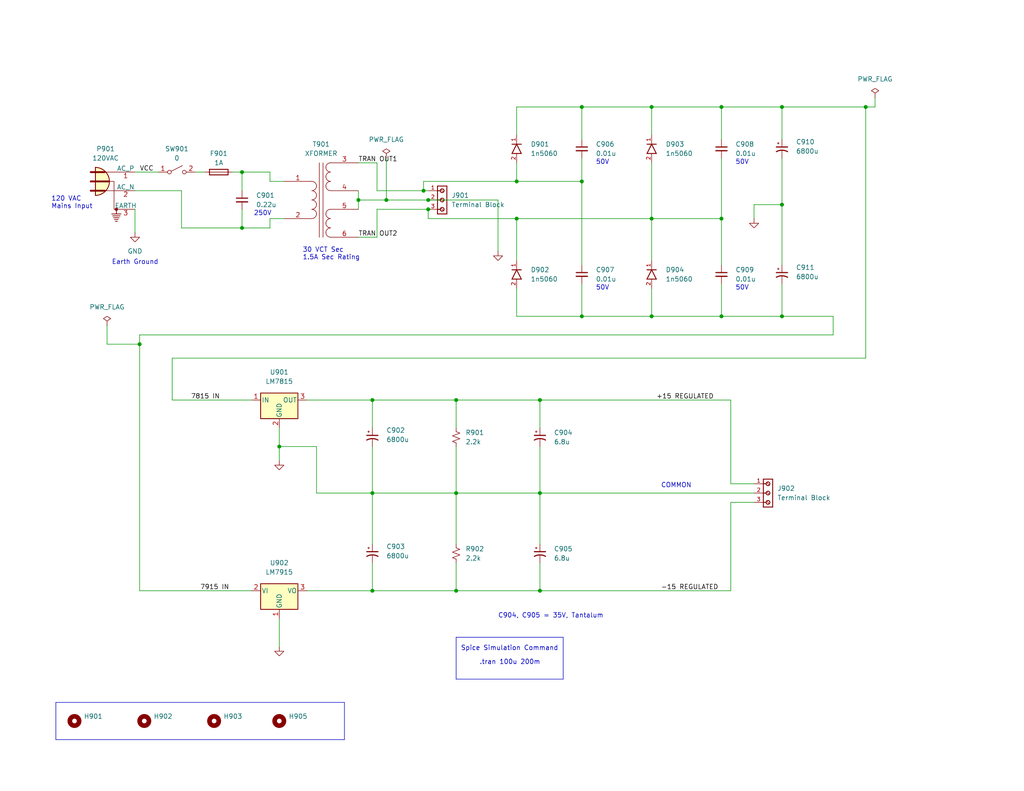
<source format=kicad_sch>
(kicad_sch (version 20231120) (generator "eeschema") (generator_version "8.0")
  (paper "A")
  (title_block (title "Spectrum Analyzer: Dual Polarity 15V Supply") (date "2022-06-16") (rev "0") (company "Andy McCann KA3KAF and Doug McCann KA3KAG") (comment 2 "Audiophile's Project Source Book, Fig 7-8") (comment 3 "G. Randy Slone") (comment 4 "Orginal Design by:"))
  (lib_symbols
    (symbol "15v Supply:1N5060GP" (pin_names (offset 1.016) hide)
      (property "Reference" "D" (at -1.27 1.27 0))
      (property "Value" "1N5060GP" (at 2.54 -2.54 0))
      (symbol "1N5060GP_0_0"
        (polyline (pts (xy -1.27 -1.27) (xy 1.27 0)) (stroke (width 0.254)))
        (polyline (pts (xy -1.27 1.27) (xy -1.27 -1.27)) (stroke (width 0.254)))
        (polyline (pts (xy 1.27 0) (xy -1.27 1.27)) (stroke (width 0.254)))
        (polyline (pts (xy 1.27 0) (xy 1.27 -1.27)) (stroke (width 0.254)))
        (polyline (pts (xy 1.27 1.27) (xy 1.27 0)) (stroke (width 0.254)))
        (pin passive line (at 3.81 0 180) (length 2.54) (name "Cathode") (number "1"))
        (pin passive line (at -3.81 0 0) (length 2.54) (name "Anode") (number "2"))
      )
    )
    (symbol "15v Supply:691103110003" (pin_names (offset 1.016) hide)
      (property "Reference" "J" (at -4.8768 -0.9144 0))
      (symbol "691103110003_0_0"
        (circle (center -2.54 -1.27) (radius 0.508) (stroke (width 0.254)))
        (circle (center 0 -1.27) (radius 0.508) (stroke (width 0.254)))
        (polyline (pts (xy -3.81 -2.54) (xy -3.81 0)) (stroke (width 0.254)))
        (polyline (pts (xy -3.81 0) (xy 3.81 0)) (stroke (width 0.254)))
        (polyline (pts (xy -2.54 -1.778) (xy -2.54 -2.54)) (stroke (width 0.254)))
        (polyline (pts (xy -2.286 -1.016) (xy -2.794 -1.524)) (stroke (width 0.1524)))
        (polyline (pts (xy 0 -1.778) (xy 0 -2.54)) (stroke (width 0.254)))
        (polyline (pts (xy 0.254 -1.016) (xy -0.254 -1.524)) (stroke (width 0.1524)))
        (polyline (pts (xy 2.54 -1.778) (xy 2.54 -2.54)) (stroke (width 0.254)))
        (polyline (pts (xy 2.794 -1.016) (xy 2.286 -1.524)) (stroke (width 0.1524)))
        (polyline (pts (xy 3.81 -2.54) (xy -3.81 -2.54)) (stroke (width 0.254)))
        (polyline (pts (xy 3.81 0) (xy 3.81 -2.54)) (stroke (width 0.254)))
        (circle (center 2.54 -1.27) (radius 0.508) (stroke (width 0.254)))
        (pin passive line (at -2.54 -5.08 90) (length 2.54) (name "~") (number "1"))
        (pin passive line (at 0 -5.08 90) (length 2.54) (name "~") (number "2"))
        (pin passive line (at 2.54 -5.08 90) (length 2.54) (name "~") (number "3"))
      )
    )
    (symbol "1N5060GP_1" (pin_names (offset 1.016) hide)
      (property "Reference" "D" (at -1.27 1.27 0))
      (property "Value" "1N5060GP_1" (at 2.54 -2.54 0))
      (symbol "1N5060GP_1_0_0"
        (polyline (pts (xy -1.27 -1.27) (xy 1.27 0)) (stroke (width 0.254)))
        (polyline (pts (xy -1.27 1.27) (xy -1.27 -1.27)) (stroke (width 0.254)))
        (polyline (pts (xy 1.27 0) (xy -1.27 1.27)) (stroke (width 0.254)))
        (polyline (pts (xy 1.27 0) (xy 1.27 -1.27)) (stroke (width 0.254)))
        (polyline (pts (xy 1.27 1.27) (xy 1.27 0)) (stroke (width 0.254)))
        (pin passive line (at 3.81 0 180) (length 2.54) (name "Cathode") (number "1"))
        (pin passive line (at -3.81 0 0) (length 2.54) (name "Anode") (number "2"))
      )
    )
    (symbol "1N5060GP_2" (pin_names (offset 1.016) hide)
      (property "Reference" "D" (at -1.27 1.27 0))
      (property "Value" "1N5060GP_2" (at 2.54 -2.54 0))
      (symbol "1N5060GP_2_0_0"
        (polyline (pts (xy -1.27 -1.27) (xy 1.27 0)) (stroke (width 0.254)))
        (polyline (pts (xy -1.27 1.27) (xy -1.27 -1.27)) (stroke (width 0.254)))
        (polyline (pts (xy 1.27 0) (xy -1.27 1.27)) (stroke (width 0.254)))
        (polyline (pts (xy 1.27 0) (xy 1.27 -1.27)) (stroke (width 0.254)))
        (polyline (pts (xy 1.27 1.27) (xy 1.27 0)) (stroke (width 0.254)))
        (pin passive line (at 3.81 0 180) (length 2.54) (name "Cathode") (number "1"))
        (pin passive line (at -3.81 0 0) (length 2.54) (name "Anode") (number "2"))
      )
    )
    (symbol "1N5060GP_3" (pin_names (offset 1.016) hide)
      (property "Reference" "D" (at -1.27 1.27 0))
      (property "Value" "1N5060GP_3" (at 2.54 -2.54 0))
      (symbol "1N5060GP_3_0_0"
        (polyline (pts (xy -1.27 -1.27) (xy 1.27 0)) (stroke (width 0.254)))
        (polyline (pts (xy -1.27 1.27) (xy -1.27 -1.27)) (stroke (width 0.254)))
        (polyline (pts (xy 1.27 0) (xy -1.27 1.27)) (stroke (width 0.254)))
        (polyline (pts (xy 1.27 0) (xy 1.27 -1.27)) (stroke (width 0.254)))
        (polyline (pts (xy 1.27 1.27) (xy 1.27 0)) (stroke (width 0.254)))
        (pin passive line (at 3.81 0 180) (length 2.54) (name "Cathode") (number "1"))
        (pin passive line (at -3.81 0 0) (length 2.54) (name "Anode") (number "2"))
      )
    )
    (symbol "Connector:Conn_WallPlug_Earth" (pin_names (offset 0))
      (property "Reference" "P" (at 0 3.81 0))
      (property "Value" "Conn_WallPlug_Earth" (at -5.08 0 90))
      (symbol "Conn_WallPlug_Earth_0_1"
        (arc (start -3.175 -3.81) (mid 0.6184 0) (end -3.175 3.81) (stroke (width 0.254)) (fill (type background)))
        (polyline (pts (xy -4.445 -2.54) (xy -0.635 -2.54)) (stroke (width 0.508)))
        (polyline (pts (xy -4.445 0) (xy 0.508 0)) (stroke (width 0.508)))
        (polyline (pts (xy -4.445 2.54) (xy -0.635 2.54)) (stroke (width 0.508)))
        (polyline (pts (xy -3.175 -3.81) (xy -3.175 3.81)) (stroke (width 0.254)))
        (polyline (pts (xy -0.635 -2.54) (xy 2.54 -2.54)))
        (polyline (pts (xy -0.635 2.54) (xy 2.54 2.54)))
        (polyline (pts (xy 1.524 -9.398) (xy 3.556 -9.398)) (stroke (width 0.2032)))
        (polyline (pts (xy 1.778 -9.906) (xy 3.302 -9.906)) (stroke (width 0.2032)))
        (polyline (pts (xy 2.032 -10.414) (xy 3.048 -10.414)) (stroke (width 0.2032)))
        (polyline (pts (xy 2.286 -10.922) (xy 2.794 -10.922)) (stroke (width 0.2032)))
        (polyline (pts (xy 2.54 -7.62) (xy 2.54 -8.89)) (stroke (width 0.2032)))
        (polyline (pts (xy 3.81 -8.89) (xy 1.27 -8.89)) (stroke (width 0.2032)))
        (polyline (pts (xy 2.54 -7.62) (xy 1.905 -7.62) (xy 1.905 0) (xy -4.445 0)))
        (circle (center 2.54 -7.62) (radius 0.3556) (fill (type outline)))
      )
      (symbol "Conn_WallPlug_Earth_1_1"
        (pin power_out line (at 7.62 2.54 180) (length 5.08) (name "AC_P") (number "1"))
        (pin power_out line (at 7.62 -2.54 180) (length 5.08) (name "AC_N") (number "2"))
        (pin passive line (at 7.62 -7.62 180) (length 5.08) (name "EARTH") (number "3"))
      )
    )
    (symbol "Device:C_Polarized_Small_US" (pin_numbers hide) (pin_names (offset 0.254) hide)
      (property "Reference" "C" (at 0.254 1.778 0))
      (property "Value" "C_Polarized_Small_US" (at 0.254 -2.032 0))
      (symbol "C_Polarized_Small_US_0_1"
        (polyline (pts (xy -1.524 0.508) (xy 1.524 0.508)) (stroke (width 0.3048)))
        (polyline (pts (xy -1.27 1.524) (xy -0.762 1.524)))
        (polyline (pts (xy -1.016 1.27) (xy -1.016 1.778)))
        (arc (start 1.524 -0.762) (mid 0 -0.3734) (end -1.524 -0.762) (stroke (width 0.3048)))
      )
      (symbol "C_Polarized_Small_US_1_1"
        (pin passive line (at 0 2.54 270) (length 2.032) (name "~") (number "1"))
        (pin passive line (at 0 -2.54 90) (length 2.032) (name "~") (number "2"))
      )
    )
    (symbol "Device:C_Small" (pin_numbers hide) (pin_names (offset 0.254) hide)
      (property "Reference" "C" (at 0.254 1.778 0))
      (property "Value" "C_Small" (at 0.254 -2.032 0))
      (symbol "C_Small_0_1"
        (polyline (pts (xy -1.524 -0.508) (xy 1.524 -0.508)) (stroke (width 0.3302)))
        (polyline (pts (xy -1.524 0.508) (xy 1.524 0.508)) (stroke (width 0.3048)))
      )
      (symbol "C_Small_1_1"
        (pin passive line (at 0 2.54 270) (length 2.032) (name "~") (number "1"))
        (pin passive line (at 0 -2.54 90) (length 2.032) (name "~") (number "2"))
      )
    )
    (symbol "Device:Fuse" (pin_numbers hide) (pin_names (offset 0))
      (property "Reference" "F" (at 2.032 0 90))
      (property "Value" "Fuse" (at -1.905 0 90))
      (symbol "Fuse_0_1"
        (rectangle (start -0.762 -2.54) (end 0.762 2.54) (stroke (width 0.254)))
        (polyline (pts (xy 0 2.54) (xy 0 -2.54)))
      )
      (symbol "Fuse_1_1"
        (pin passive line (at 0 3.81 270) (length 1.27) (name "~") (number "1"))
        (pin passive line (at 0 -3.81 90) (length 1.27) (name "~") (number "2"))
      )
    )
    (symbol "Device:R_Small_US" (pin_numbers hide) (pin_names (offset 0.254) hide)
      (property "Reference" "R" (at 0.762 0.508 0))
      (property "Value" "R_Small_US" (at 0.762 -1.016 0))
      (symbol "R_Small_US_1_1"
        (polyline (pts (xy 0 0) (xy 1.016 -0.381) (xy 0 -0.762) (xy -1.016 -1.143) (xy 0 -1.524)))
        (polyline (pts (xy 0 1.524) (xy 1.016 1.143) (xy 0 0.762) (xy -1.016 0.381) (xy 0 0)))
        (pin passive line (at 0 2.54 270) (length 1.016) (name "~") (number "1"))
        (pin passive line (at 0 -2.54 90) (length 1.016) (name "~") (number "2"))
      )
    )
    (symbol "Device:Transformer_1P_2S" (pin_names (offset 1.016) hide)
      (property "Reference" "T" (at 0 12.7 0))
      (property "Value" "Transformer_1P_2S" (at 0 -12.7 0))
      (symbol "Transformer_1P_2S_0_1"
        (arc (start -2.54 -5.0546) (mid -1.6599 -4.6901) (end -1.27 -3.81))
        (arc (start -2.54 -2.5146) (mid -1.6599 -2.1501) (end -1.27 -1.27))
        (arc (start -2.54 0.0254) (mid -1.6599 0.3899) (end -1.27 1.27))
        (arc (start -2.54 2.5654) (mid -1.6599 2.9299) (end -1.27 3.81))
        (arc (start -1.27 -3.81) (mid -1.642 -2.912) (end -2.54 -2.54))
        (arc (start -1.27 -1.27) (mid -1.642 -0.372) (end -2.54 0))
        (arc (start -1.27 1.27) (mid -1.642 2.168) (end -2.54 2.54))
        (arc (start -1.27 3.81) (mid -1.642 4.708) (end -2.54 5.08))
        (polyline (pts (xy -0.508 -10.16) (xy -0.508 10.16)))
        (polyline (pts (xy 0.508 10.16) (xy 0.508 -10.16)))
        (arc (start 1.2954 -8.89) (mid 1.6599 -9.7701) (end 2.54 -10.1346))
        (arc (start 1.2954 -6.35) (mid 1.6599 -7.2301) (end 2.54 -7.5946))
        (arc (start 1.2954 -3.81) (mid 1.6599 -4.6901) (end 2.54 -5.0546))
        (arc (start 1.2954 3.81) (mid 1.6599 2.9299) (end 2.54 2.5654))
        (arc (start 1.2954 6.35) (mid 1.6599 5.4699) (end 2.54 5.1054))
        (arc (start 1.2954 8.89) (mid 1.6599 8.0099) (end 2.54 7.6454))
        (arc (start 2.54 -7.62) (mid 1.642 -7.992) (end 1.2954 -8.89))
        (arc (start 2.54 -5.08) (mid 1.642 -5.452) (end 1.2954 -6.35))
        (arc (start 2.54 -2.54) (mid 1.642 -2.912) (end 1.2954 -3.81))
        (arc (start 2.54 5.08) (mid 1.642 4.708) (end 1.2954 3.81))
        (arc (start 2.54 7.62) (mid 1.642 7.248) (end 1.2954 6.35))
        (arc (start 2.54 10.16) (mid 1.642 9.788) (end 1.2954 8.89))
      )
      (symbol "Transformer_1P_2S_1_1"
        (pin passive line (at -10.16 5.08 0) (length 7.62) (name "AA") (number "1"))
        (pin passive line (at -10.16 -5.08 0) (length 7.62) (name "AB") (number "2"))
        (pin passive line (at 10.16 10.16 180) (length 7.62) (name "SA") (number "3"))
        (pin passive line (at 10.16 2.54 180) (length 7.62) (name "SB") (number "4"))
        (pin passive line (at 10.16 -2.54 180) (length 7.62) (name "SC") (number "5"))
        (pin passive line (at 10.16 -10.16 180) (length 7.62) (name "SD") (number "6"))
      )
    )
    (symbol "Mechanical:MountingHole" (pin_names (offset 1.016))
      (property "Reference" "H" (at 0 5.08 0))
      (property "Value" "MountingHole" (at 0 3.175 0))
      (symbol "MountingHole_0_1"
        (circle (center 0 0) (radius 1.27) (stroke (width 1.27)))
      )
    )
    (symbol "Regulator_Linear:L7815" (pin_names (offset 0.254))
      (property "Reference" "U" (at -3.81 3.175 0))
      (property "Value" "L7815" (at 0 3.175 0))
      (symbol "L7815_0_1"
        (rectangle (start -5.08 1.905) (end 5.08 -5.08) (stroke (width 0.254)) (fill (type background)))
      )
      (symbol "L7815_1_1"
        (pin power_in line (at -7.62 0 0) (length 2.54) (name "IN") (number "1"))
        (pin power_in line (at 0 -7.62 90) (length 2.54) (name "GND") (number "2"))
        (pin power_out line (at 7.62 0 180) (length 2.54) (name "OUT") (number "3"))
      )
    )
    (symbol "Regulator_Linear:L7915" (pin_names (offset 0.254))
      (property "Reference" "U" (at -3.81 -3.175 0))
      (property "Value" "L7915" (at 0 -3.175 0))
      (symbol "L7915_0_1"
        (rectangle (start -5.08 5.08) (end 5.08 -1.905) (stroke (width 0.254)) (fill (type background)))
      )
      (symbol "L7915_1_1"
        (pin power_in line (at 0 7.62 270) (length 2.54) (name "GND") (number "1"))
        (pin power_in line (at -7.62 0 0) (length 2.54) (name "VI") (number "2"))
        (pin power_out line (at 7.62 0 180) (length 2.54) (name "VO") (number "3"))
      )
    )
    (symbol "Switch:SW_SPST" (pin_names (offset 0) hide)
      (property "Reference" "SW" (at 0 3.175 0))
      (property "Value" "SW_SPST" (at 0 -2.54 0))
      (symbol "SW_SPST_0_0"
        (circle (center -2.032 0) (radius 0.508))
        (polyline (pts (xy -1.524 0.254) (xy 1.524 1.778)))
        (circle (center 2.032 0) (radius 0.508))
      )
      (symbol "SW_SPST_1_1"
        (pin passive line (at -5.08 0 0) (length 2.54) (name "A") (number "1"))
        (pin passive line (at 5.08 0 180) (length 2.54) (name "B") (number "2"))
      )
    )
    (symbol "power:GND" (power) (pin_names (offset 0))
      (property "Value" "GND" (at 0 -3.81 0))
      (symbol "GND_0_1"
        (polyline (pts (xy 0 0) (xy 0 -1.27) (xy 1.27 -1.27) (xy 0 -2.54) (xy -1.27 -1.27) (xy 0 -1.27)))
      )
      (symbol "GND_1_1"
        (pin power_in line (at 0 0 270) (length 0) hide (name "GND") (number "1"))
      )
    )
    (symbol "power:PWR_FLAG" (power) (pin_numbers hide) (pin_names (offset 0) hide)
      (property "Value" "PWR_FLAG" (at 0 3.81 0))
      (symbol "PWR_FLAG_0_0"
        (pin power_out line (at 0 0 90) (length 0) (name "pwr") (number "1"))
      )
      (symbol "PWR_FLAG_0_1"
        (polyline (pts (xy 0 0) (xy 0 1.27) (xy -1.016 1.905) (xy 0 2.54) (xy 1.016 1.905) (xy 0 1.27)))
      )
    )
  )
  (junction (at 124.46 134.62))
  (junction (at 140.97 59.69))
  (junction (at 158.75 29.21))
  (junction (at 177.8 29.21))
  (junction (at 213.36 29.21))
  (junction (at 147.32 161.29))
  (junction (at 177.8 86.36))
  (junction (at 147.32 134.62))
  (junction (at 124.46 161.29))
  (junction (at 147.32 109.22))
  (junction (at 76.2 121.92))
  (junction (at 38.1 93.98))
  (junction (at 196.85 59.69))
  (junction (at 97.79 54.61))
  (junction (at 177.8 59.69))
  (junction (at 236.22 29.21))
  (junction (at 124.46 109.22))
  (junction (at 66.04 46.99))
  (junction (at 115.57 52.07))
  (junction (at 66.04 62.23))
  (junction (at 105.41 54.61))
  (junction (at 196.85 29.21))
  (junction (at 140.97 49.53))
  (junction (at 101.6 134.62))
  (junction (at 213.36 86.36))
  (junction (at 116.84 54.61))
  (junction (at 158.75 86.36))
  (junction (at 213.36 55.88))
  (junction (at 196.85 86.36))
  (junction (at 101.6 109.22))
  (junction (at 116.84 57.15))
  (junction (at 158.75 49.53))
  (junction (at 101.6 161.29))
  (wire (pts (xy 205.74 137.16) (xy 199.39 137.16)))
  (wire (pts (xy 177.8 59.69) (xy 196.85 59.69)))
  (wire (pts (xy 158.75 29.21) (xy 177.8 29.21)))
  (wire (pts (xy 177.8 78.74) (xy 177.8 86.36)))
  (wire (pts (xy 97.79 52.07) (xy 97.79 54.61)))
  (wire (pts (xy 102.87 57.15) (xy 102.87 64.77)))
  (wire (pts (xy 177.8 71.12) (xy 177.8 59.69)))
  (wire (pts (xy 46.99 109.22) (xy 68.58 109.22)))
  (wire (pts (xy 140.97 59.69) (xy 116.84 59.69)))
  (wire (pts (xy 177.8 59.69) (xy 177.8 44.45)))
  (wire (pts (xy 73.66 62.23) (xy 66.04 62.23)))
  (wire (pts (xy 105.41 43.18) (xy 105.41 54.61)))
  (wire (pts (xy 101.6 109.22) (xy 124.46 109.22)))
  (wire (pts (xy 73.66 46.99) (xy 73.66 49.53)))
  (wire (pts (xy 124.46 109.22) (xy 147.32 109.22)))
  (wire (pts (xy 49.53 52.07) (xy 49.53 62.23)))
  (wire (pts (xy 147.32 109.22) (xy 147.32 116.84)))
  (wire (pts (xy 140.97 86.36) (xy 140.97 78.74)))
  (wire (pts (xy 115.57 49.53) (xy 115.57 52.07)))
  (wire (pts (xy 147.32 134.62) (xy 205.74 134.62)))
  (wire (pts (xy 177.8 86.36) (xy 196.85 86.36)))
  (wire (pts (xy 196.85 29.21) (xy 213.36 29.21)))
  (wire (pts (xy 86.36 134.62) (xy 86.36 121.92)))
  (polyline (pts (xy 15.24 191.77) (xy 93.98 191.77)))
  (wire (pts (xy 76.2 116.84) (xy 76.2 121.92)))
  (wire (pts (xy 97.79 54.61) (xy 105.41 54.61)))
  (wire (pts (xy 213.36 29.21) (xy 236.22 29.21)))
  (wire (pts (xy 102.87 44.45) (xy 102.87 52.07)))
  (polyline (pts (xy 93.98 201.93) (xy 15.24 201.93)))
  (wire (pts (xy 101.6 134.62) (xy 124.46 134.62)))
  (wire (pts (xy 29.21 93.98) (xy 38.1 93.98)))
  (wire (pts (xy 205.74 55.88) (xy 205.74 59.69)))
  (wire (pts (xy 158.75 86.36) (xy 177.8 86.36)))
  (wire (pts (xy 124.46 161.29) (xy 101.6 161.29)))
  (wire (pts (xy 177.8 59.69) (xy 140.97 59.69)))
  (wire (pts (xy 38.1 93.98) (xy 38.1 161.29)))
  (wire (pts (xy 102.87 57.15) (xy 116.84 57.15)))
  (wire (pts (xy 102.87 44.45) (xy 97.79 44.45)))
  (wire (pts (xy 140.97 49.53) (xy 158.75 49.53)))
  (wire (pts (xy 46.99 97.79) (xy 46.99 109.22)))
  (wire (pts (xy 177.8 29.21) (xy 196.85 29.21)))
  (polyline (pts (xy 93.98 191.77) (xy 93.98 201.93)))
  (wire (pts (xy 147.32 161.29) (xy 124.46 161.29)))
  (wire (pts (xy 97.79 54.61) (xy 97.79 57.15)))
  (polyline (pts (xy 153.67 173.99) (xy 153.67 185.42)))
  (wire (pts (xy 76.2 121.92) (xy 76.2 125.73)))
  (wire (pts (xy 213.36 29.21) (xy 213.36 38.1)))
  (wire (pts (xy 83.82 109.22) (xy 101.6 109.22)))
  (wire (pts (xy 147.32 134.62) (xy 147.32 148.59)))
  (wire (pts (xy 147.32 153.67) (xy 147.32 161.29)))
  (wire (pts (xy 116.84 59.69) (xy 116.84 57.15)))
  (polyline (pts (xy 124.46 173.99) (xy 153.67 173.99)))
  (polyline (pts (xy 124.46 173.99) (xy 124.46 185.42)))
  (wire (pts (xy 86.36 121.92) (xy 76.2 121.92)))
  (wire (pts (xy 199.39 137.16) (xy 199.39 161.29)))
  (wire (pts (xy 140.97 29.21) (xy 140.97 36.83)))
  (wire (pts (xy 213.36 55.88) (xy 205.74 55.88)))
  (wire (pts (xy 124.46 134.62) (xy 124.46 148.59)))
  (wire (pts (xy 213.36 86.36) (xy 227.33 86.36)))
  (wire (pts (xy 101.6 121.92) (xy 101.6 134.62)))
  (wire (pts (xy 101.6 153.67) (xy 101.6 161.29)))
  (wire (pts (xy 140.97 86.36) (xy 158.75 86.36)))
  (wire (pts (xy 124.46 121.92) (xy 124.46 134.62)))
  (wire (pts (xy 66.04 46.99) (xy 73.66 46.99)))
  (wire (pts (xy 97.79 64.77) (xy 102.87 64.77)))
  (wire (pts (xy 38.1 91.44) (xy 38.1 93.98)))
  (wire (pts (xy 147.32 161.29) (xy 199.39 161.29)))
  (wire (pts (xy 124.46 109.22) (xy 124.46 116.84)))
  (wire (pts (xy 213.36 43.18) (xy 213.36 55.88)))
  (wire (pts (xy 227.33 86.36) (xy 227.33 91.44)))
  (wire (pts (xy 83.82 161.29) (xy 101.6 161.29)))
  (wire (pts (xy 238.76 29.21) (xy 236.22 29.21)))
  (wire (pts (xy 140.97 29.21) (xy 158.75 29.21)))
  (wire (pts (xy 196.85 86.36) (xy 213.36 86.36)))
  (wire (pts (xy 124.46 134.62) (xy 147.32 134.62)))
  (wire (pts (xy 213.36 55.88) (xy 213.36 72.39)))
  (wire (pts (xy 53.34 46.99) (xy 55.88 46.99)))
  (wire (pts (xy 213.36 77.47) (xy 213.36 86.36)))
  (polyline (pts (xy 153.67 185.42) (xy 124.46 185.42)))
  (wire (pts (xy 196.85 77.47) (xy 196.85 86.36)))
  (wire (pts (xy 115.57 52.07) (xy 116.84 52.07)))
  (wire (pts (xy 140.97 49.53) (xy 115.57 49.53)))
  (wire (pts (xy 66.04 57.15) (xy 66.04 62.23)))
  (wire (pts (xy 140.97 44.45) (xy 140.97 49.53)))
  (wire (pts (xy 135.89 54.61) (xy 135.89 68.58)))
  (wire (pts (xy 236.22 29.21) (xy 236.22 97.79)))
  (wire (pts (xy 77.47 49.53) (xy 73.66 49.53)))
  (wire (pts (xy 238.76 26.67) (xy 238.76 29.21)))
  (wire (pts (xy 66.04 46.99) (xy 66.04 52.07)))
  (wire (pts (xy 140.97 71.12) (xy 140.97 59.69)))
  (wire (pts (xy 36.83 52.07) (xy 49.53 52.07)))
  (wire (pts (xy 116.84 54.61) (xy 135.89 54.61)))
  (wire (pts (xy 76.2 168.91) (xy 76.2 176.53)))
  (wire (pts (xy 38.1 91.44) (xy 227.33 91.44)))
  (polyline (pts (xy 15.24 191.77) (xy 15.24 201.93)))
  (wire (pts (xy 158.75 49.53) (xy 158.75 72.39)))
  (wire (pts (xy 158.75 77.47) (xy 158.75 86.36)))
  (wire (pts (xy 196.85 29.21) (xy 196.85 38.1)))
  (wire (pts (xy 49.53 62.23) (xy 66.04 62.23)))
  (wire (pts (xy 199.39 109.22) (xy 199.39 132.08)))
  (wire (pts (xy 77.47 59.69) (xy 73.66 59.69)))
  (wire (pts (xy 101.6 134.62) (xy 101.6 148.59)))
  (wire (pts (xy 73.66 59.69) (xy 73.66 62.23)))
  (wire (pts (xy 124.46 153.67) (xy 124.46 161.29)))
  (wire (pts (xy 177.8 36.83) (xy 177.8 29.21)))
  (wire (pts (xy 147.32 121.92) (xy 147.32 134.62)))
  (wire (pts (xy 196.85 59.69) (xy 196.85 72.39)))
  (wire (pts (xy 68.58 161.29) (xy 38.1 161.29)))
  (wire (pts (xy 105.41 54.61) (xy 116.84 54.61)))
  (wire (pts (xy 63.5 46.99) (xy 66.04 46.99)))
  (wire (pts (xy 36.83 57.15) (xy 36.83 63.5)))
  (wire (pts (xy 205.74 132.08) (xy 199.39 132.08)))
  (wire (pts (xy 46.99 97.79) (xy 236.22 97.79)))
  (wire (pts (xy 158.75 43.18) (xy 158.75 49.53)))
  (wire (pts (xy 196.85 43.18) (xy 196.85 59.69)))
  (wire (pts (xy 36.83 46.99) (xy 43.18 46.99)))
  (wire (pts (xy 101.6 109.22) (xy 101.6 116.84)))
  (wire (pts (xy 29.21 88.9) (xy 29.21 93.98)))
  (wire (pts (xy 102.87 52.07) (xy 115.57 52.07)))
  (wire (pts (xy 101.6 134.62) (xy 86.36 134.62)))
  (wire (pts (xy 158.75 29.21) (xy 158.75 38.1)))
  (wire (pts (xy 147.32 109.22) (xy 199.39 109.22)))
  (text "Spice Simulation Command" (at 125.73 177.8 0) (effects (font (size 1.27 1.27)) (justify left bottom)))
  (text "C904, C905 = 35V, Tantalum" (at 135.89 168.91 0) (effects (font (size 1.27 1.27)) (justify left bottom)))
  (text "50V" (at 162.56 45.085 0) (effects (font (size 1.27 1.27)) (justify left bottom)))
  (text "50V" (at 162.56 79.375 0) (effects (font (size 1.27 1.27)) (justify left bottom)))
  (text "250V" (at 69.215 59.055 0) (effects (font (size 1.27 1.27)) (justify left bottom)))
  (text "COMMON" (at 180.34 133.35 0) (effects (font (size 1.27 1.27)) (justify left bottom)))
  (text "Earth Ground" (at 30.48 72.39 0) (effects (font (size 1.27 1.27)) (justify left bottom)))
  (text ".tran 100u 200m" (at 130.81 181.61 0) (effects (font (size 1.27 1.27)) (justify left bottom)))
  (text "50V" (at 200.66 45.085 0) (effects (font (size 1.27 1.27)) (justify left bottom)))
  (text "120 VAC\nMains Input" (at 13.97 57.15 0) (effects (font (size 1.27 1.27)) (justify left bottom)))
  (text "50V" (at 200.66 79.375 0) (effects (font (size 1.27 1.27)) (justify left bottom)))
  (text "30 VCT Sec\n1.5A Sec Rating" (at 82.55 71.12 0) (effects (font (size 1.27 1.27)) (justify left bottom)))
  (label "TRAN OUT1" (at 97.79 44.45 0))
  (label "-15 REGULATED" (at 180.34 161.29 0))
  (label "+15 REGULATED" (at 179.07 109.22 0))
  (label "VCC" (at 38.1 46.99 0))
  (label "TRAN OUT2" (at 97.79 64.77 0))
  (label "7815 IN" (at 52.07 109.22 0))
  (label "7915 IN" (at 54.61 161.29 0))
  (symbol (lib_id "Device:R_Small_US") (at 124.46 119.38 0) (unit 1)
    (property "Reference" "R901" (at 127 118.1099 0) (effects (justify left)))
    (property "Value" "2.2k" (at 127 120.6499 0) (effects (justify left)))
    (property "Footprint" "Resistor_THT:R_Axial_DIN0309_L9.0mm_D3.2mm_P12.70mm_Horizontal" (effects (hide yes)))
  )
  (symbol (lib_id "Mechanical:MountingHole") (at 39.37 196.85 0) (unit 1) (exclude_from_sim yes)
    (property "Reference" "H902" (at 41.91 195.5799 0) (effects (justify left)))
    (property "Value" "${SIM.PARAMS}" (effects (hide yes)))
    (property "Footprint" "MountingHole:MountingHole_3.2mm_M3" (effects (hide yes)))
    (property "Sim.Device" "SPICE" (effects (hide yes)))
    (property "Sim.Params" "type=\"R\" model=\"MountingHole\" lib=\"\"" (effects (hide yes)))
  )
  (symbol (lib_id "Device:C_Small") (at 158.75 40.64 0) (unit 1)
    (property "Reference" "C906" (at 162.56 39.3699 0) (effects (justify left)))
    (property "Value" "0.01u" (at 162.56 41.9099 0) (effects (justify left)))
    (property "Footprint" "15v-supply:C_Rect_L6.0mm_W3.5mm_P3.5mm_QYX1H103JTP3TA" (effects (hide yes)))
    (property "Datasheet" "https://www.nichicon.co.jp/english/products/pdfs/e-qyx.pdf" (effects (hide yes)))
  )
  (symbol (lib_id "power:GND") (at 76.2 125.73 0) (unit 1)
    (property "Reference" "#PWR0902" (effects (hide yes)))
    (property "Value" "GND" (effects (hide yes)))
  )
  (symbol (lib_id "power:GND") (at 76.2 176.53 0) (unit 1)
    (property "Reference" "#PWR0903" (effects (hide yes)))
    (property "Value" "GND" (effects (hide yes)))
  )
  (symbol (lib_id "Device:C_Polarized_Small_US") (at 101.6 151.13 0) (unit 1)
    (property "Reference" "C903" (at 105.41 149.2249 0) (effects (justify left)))
    (property "Value" "6800u" (at 105.41 151.7649 0) (effects (justify left)))
    (property "Footprint" "15v-supply:6800u-UVR1H682MRD6" (effects (hide yes)))
    (property "Datasheet" "https://download.datasheets.com/pdfs/2016/10/6/6/6/44/578/nch_/manual/93896153625063e-uvr.pdf" (effects (hide yes)))
  )
  (symbol (lib_id "Mechanical:MountingHole") (at 76.2 196.85 0) (unit 1) (exclude_from_sim yes)
    (property "Reference" "H905" (at 78.74 195.5799 0) (effects (justify left)))
    (property "Value" "${SIM.PARAMS}" (effects (hide yes)))
    (property "Footprint" "MountingHole:MountingHole_3.2mm_M3" (effects (hide yes)))
    (property "Sim.Device" "SPICE" (effects (hide yes)))
    (property "Sim.Params" "type=\"R\" model=\"MountingHole\" lib=\"\"" (effects (hide yes)))
  )
  (symbol (lib_name "1N5060GP_2") (lib_id "15v Supply:1N5060GP") (at 177.8 40.64 90) (unit 1)
    (property "Reference" "D903" (at 181.61 39.3699 90) (effects (justify right)))
    (property "Value" "1n5060" (at 181.61 41.9099 90) (effects (justify right)))
    (property "Footprint" "DO15-12" (effects (hide yes)))
    (property "Datasheet" "https://www.vishay.com/docs/86000/1n5059.pdf" (effects (hide yes)))
    (property "Sim.Library" "15v-supply-spice/1n5060.lib" (effects (hide yes)))
    (property "Sim.Name" "1N5060" (effects (hide yes)))
    (property "Sim.Pins" "2=1 1=2" (effects (hide yes)))
  )
  (symbol (lib_id "Switch:SW_SPST") (at 48.26 46.99 0) (unit 1) (on_board no)
    (property "Reference" "SW901" (at 48.26 40.64 0))
    (property "Value" "0" (at 48.26 43.18 0))
    (property "Datasheet" "https://sten-eswitch-13110800-production.s3.amazonaws.com/system/asset/product_line/data_sheet/95/RR3402.pdf" (effects (hide yes)))
    (property "Sim.Device" "V" (effects (hide yes)))
    (property "Sim.Type" "DC" (effects (hide yes)))
    (property "Sim.Pins" "1=+ 2=-" (effects (hide yes)))
  )
  (symbol (lib_id "Device:C_Small") (at 196.85 74.93 0) (unit 1)
    (property "Reference" "C909" (at 200.66 73.6599 0) (effects (justify left)))
    (property "Value" "0.01u" (at 200.66 76.1999 0) (effects (justify left)))
    (property "Footprint" "15v-supply:C_Rect_L6.0mm_W3.5mm_P3.5mm_QYX1H103JTP3TA" (effects (hide yes)))
    (property "Datasheet" "https://www.nichicon.co.jp/english/products/pdfs/e-qyx.pdf" (effects (hide yes)))
  )
  (symbol (lib_name "1N5060GP_3") (lib_id "15v Supply:1N5060GP") (at 140.97 74.93 90) (unit 1)
    (property "Reference" "D902" (at 144.78 73.6599 90) (effects (justify right)))
    (property "Value" "1n5060" (at 144.78 76.1999 90) (effects (justify right)))
    (property "Footprint" "DO15-12" (effects (hide yes)))
    (property "Datasheet" "https://www.vishay.com/docs/86000/1n5059.pdf" (effects (hide yes)))
    (property "Sim.Library" "15v-supply-spice/1n5060.lib" (effects (hide yes)))
    (property "Sim.Name" "1N5060" (effects (hide yes)))
    (property "Sim.Pins" "2=1 1=2" (effects (hide yes)))
  )
  (symbol (lib_id "power:GND") (at 205.74 59.69 0) (unit 1)
    (property "Reference" "#PWR0905" (effects (hide yes)))
    (property "Value" "GND" (effects (hide yes)))
  )
  (symbol (lib_id "Device:R_Small_US") (at 124.46 151.13 0) (unit 1)
    (property "Reference" "R902" (at 127 149.8599 0) (effects (justify left)))
    (property "Value" "2.2k" (at 127 152.3999 0) (effects (justify left)))
    (property "Footprint" "Resistor_THT:R_Axial_DIN0309_L9.0mm_D3.2mm_P12.70mm_Horizontal" (effects (hide yes)))
  )
  (symbol (lib_id "15v Supply:691103110003") (at 210.82 134.62 270) (unit 1) (exclude_from_sim yes)
    (property "Reference" "J902" (at 212.09 133.3499 90) (effects (justify left)))
    (property "Value" "Terminal Block" (at 212.09 135.8899 90) (effects (justify left)))
    (property "Footprint" "691103110003" (effects (hide yes)))
    (property "Datasheet" "https://www.we-online.com/katalog/datasheet/6911031100xx.pdf" (effects (hide yes)))
    (property "MOUNT" "THT" (effects (hide yes)))
    (property "WORKING-VOLTAGE-UL" "125V(AC)" (effects (hide yes)))
    (property "PITCH" "3.5mm" (effects (hide yes)))
    (property "DATASHEET-URL" "https://www.we-online.com/catalog/datasheet/691103110003.pdf" (effects (hide yes)))
    (property "VALUE" "691103110003" (effects (hide yes)))
    (property "PART-NUMBER" "691103110003" (effects (hide yes)))
    (property "TYPE" "Horizontal" (effects (hide yes)))
    (property "PINS" "3" (effects (hide yes)))
    (property "WIRE" "26 to 16 (AWG) 0.129 to 1.31 (mm²)" (effects (hide yes)))
    (property "IR-UL" "10A" (effects (hide yes)))
    (property "Sim.Device" "SPICE" (effects (hide yes)))
    (property "Sim.Params" "type=\"J\" model=\"Terminal Block\" lib=\"\"" (effects (hide yes)))
    (property "Sim.Pins" "1=1 2=2 3=3" (effects (hide yes)))
  )
  (symbol (lib_id "power:GND") (at 36.83 63.5 0) (unit 1)
    (property "Reference" "#PWR0901" (effects (hide yes)))
    (property "Value" "GND" (at 36.83 68.58 0))
  )
  (symbol (lib_id "Device:C_Polarized_Small_US") (at 213.36 74.93 0) (unit 1)
    (property "Reference" "C911" (at 217.17 73.0249 0) (effects (justify left)))
    (property "Value" "6800u" (at 217.17 75.5649 0) (effects (justify left)))
    (property "Footprint" "15v-supply:6800u-UVR1H682MRD6" (effects (hide yes)))
    (property "Datasheet" "https://download.datasheets.com/pdfs/2016/10/6/6/6/44/578/nch_/manual/93896153625063e-uvr.pdf" (effects (hide yes)))
  )
  (symbol (lib_id "Device:Transformer_1P_2S") (at 87.63 54.61 0) (unit 1) (on_board no)
    (property "Reference" "T901" (at 87.63 39.37 0))
    (property "Value" "XFORMER" (at 87.63 41.91 0))
    (property "Datasheet" "https://media.digikey.com/pdf/Data%20Sheets/Hammond%20PDFs/167_Series-Rev2018.pdf" (effects (hide yes)))
    (property "Sim.Library" "15v-supply-spice/xformer.lib" (effects (hide yes)))
    (property "Sim.Name" "XFORMER" (effects (hide yes)))
    (property "Sim.Pins" "1=1 2=2 3=3 4=4 5=5 6=6" (effects (hide yes)))
  )
  (symbol (lib_id "power:PWR_FLAG") (at 238.76 26.67 0) (unit 1)
    (property "Reference" "#FLG0903" (effects (hide yes)))
    (property "Value" "PWR_FLAG" (at 238.76 21.59 0))
  )
  (symbol (lib_id "15v Supply:1N5060GP") (at 177.8 74.93 90) (unit 1)
    (property "Reference" "D904" (at 181.61 73.6599 90) (effects (justify right)))
    (property "Value" "1n5060" (at 181.61 76.1999 90) (effects (justify right)))
    (property "Footprint" "DO15-12" (effects (hide yes)))
    (property "Datasheet" "https://www.vishay.com/docs/86000/1n5059.pdf" (effects (hide yes)))
    (property "Sim.Library" "15v-supply-spice/1n5060.lib" (effects (hide yes)))
    (property "Sim.Name" "1N5060" (effects (hide yes)))
    (property "Sim.Pins" "2=1 1=2" (effects (hide yes)))
  )
  (symbol (lib_id "Connector:Conn_WallPlug_Earth") (at 29.21 49.53 0) (unit 1) (in_bom no) (on_board no)
    (property "Reference" "P901" (at 28.8163 40.64 0))
    (property "Value" "120VAC" (at 28.8163 43.18 0))
    (property "Sim.Device" "V" (effects (hide yes)))
    (property "Sim.Type" "SIN" (effects (hide yes)))
    (property "Sim.Params" "dc=0 ampl=120 f=60" (effects (hide yes)))
    (property "Sim.Pins" "1=+ 2=-" (effects (hide yes)))
  )
  (symbol (lib_id "Mechanical:MountingHole") (at 20.32 196.85 0) (unit 1) (exclude_from_sim yes)
    (property "Reference" "H901" (at 22.86 195.5799 0) (effects (justify left)))
    (property "Value" "${SIM.PARAMS}" (effects (hide yes)))
    (property "Footprint" "MountingHole:MountingHole_3.2mm_M3" (effects (hide yes)))
    (property "Sim.Device" "SPICE" (effects (hide yes)))
    (property "Sim.Params" "type=\"R\" model=\"MountingHole\" lib=\"\"" (effects (hide yes)))
  )
  (symbol (lib_id "15v Supply:691103110003") (at 121.92 54.61 270) (unit 1) (exclude_from_sim yes)
    (property "Reference" "J901" (at 123.19 53.3399 90) (effects (justify left)))
    (property "Value" "Terminal Block" (at 123.19 55.8799 90) (effects (justify left)))
    (property "Footprint" "691103110003" (effects (hide yes)))
    (property "Datasheet" "https://www.we-online.com/katalog/datasheet/6911031100xx.pdf" (effects (hide yes)))
    (property "MOUNT" "THT" (effects (hide yes)))
    (property "WORKING-VOLTAGE-UL" "125V(AC)" (effects (hide yes)))
    (property "PITCH" "3.5mm" (effects (hide yes)))
    (property "DATASHEET-URL" "https://www.we-online.com/catalog/datasheet/691103110003.pdf" (effects (hide yes)))
    (property "VALUE" "691103110003" (effects (hide yes)))
    (property "PART-NUMBER" "691103110003" (effects (hide yes)))
    (property "TYPE" "Horizontal" (effects (hide yes)))
    (property "PINS" "3" (effects (hide yes)))
    (property "WIRE" "26 to 16 (AWG) 0.129 to 1.31 (mm²)" (effects (hide yes)))
    (property "IR-UL" "10A" (effects (hide yes)))
    (property "Sim.Device" "SPICE" (effects (hide yes)))
    (property "Sim.Params" "type=\"J\" model=\"Terminal Block\" lib=\"\"" (effects (hide yes)))
    (property "Sim.Pins" "1=1 2=2 3=3" (effects (hide yes)))
  )
  (symbol (lib_id "Device:C_Small") (at 196.85 40.64 0) (unit 1)
    (property "Reference" "C908" (at 200.66 39.3699 0) (effects (justify left)))
    (property "Value" "0.01u" (at 200.66 41.9099 0) (effects (justify left)))
    (property "Footprint" "15v-supply:C_Rect_L6.0mm_W3.5mm_P3.5mm_QYX1H103JTP3TA" (effects (hide yes)))
    (property "Datasheet" "https://www.nichicon.co.jp/english/products/pdfs/e-qyx.pdf" (effects (hide yes)))
  )
  (symbol (lib_id "Device:C_Small") (at 158.75 74.93 0) (unit 1)
    (property "Reference" "C907" (at 162.56 73.6599 0) (effects (justify left)))
    (property "Value" "0.01u" (at 162.56 76.1999 0) (effects (justify left)))
    (property "Footprint" "15v-supply:C_Rect_L6.0mm_W3.5mm_P3.5mm_QYX1H103JTP3TA" (effects (hide yes)))
    (property "Datasheet" "https://www.nichicon.co.jp/english/products/pdfs/e-qyx.pdf" (effects (hide yes)))
  )
  (symbol (lib_id "Device:C_Polarized_Small_US") (at 213.36 40.64 0) (unit 1)
    (property "Reference" "C910" (at 217.17 38.7349 0) (effects (justify left)))
    (property "Value" "6800u" (at 217.17 41.2749 0) (effects (justify left)))
    (property "Footprint" "15v-supply:6800u-UVR1H682MRD6" (effects (hide yes)))
    (property "Datasheet" "https://download.datasheets.com/pdfs/2016/10/6/6/6/44/578/nch_/manual/93896153625063e-uvr.pdf" (effects (hide yes)))
  )
  (symbol (lib_id "Device:C_Polarized_Small_US") (at 147.32 151.13 0) (unit 1)
    (property "Reference" "C905" (at 151.13 149.8599 0) (effects (justify left)))
    (property "Value" "6.8u" (at 151.13 152.3999 0) (effects (justify left)))
    (property "Footprint" "Capacitor_THT:CP_Radial_D8.0mm_P3.50mm" (effects (hide yes)))
  )
  (symbol (lib_id "Device:C_Polarized_Small_US") (at 147.32 119.38 0) (unit 1)
    (property "Reference" "C904" (at 151.13 118.1099 0) (effects (justify left)))
    (property "Value" "6.8u" (at 151.13 120.6499 0) (effects (justify left)))
    (property "Footprint" "Capacitor_THT:CP_Radial_D8.0mm_P3.50mm" (effects (hide yes)))
  )
  (symbol (lib_name "1N5060GP_1") (lib_id "15v Supply:1N5060GP") (at 140.97 40.64 90) (unit 1)
    (property "Reference" "D901" (at 144.78 39.3699 90) (effects (justify right)))
    (property "Value" "1n5060" (at 144.78 41.9099 90) (effects (justify right)))
    (property "Footprint" "DO15-12" (effects (hide yes)))
    (property "Datasheet" "https://www.vishay.com/docs/86000/1n5059.pdf" (effects (hide yes)))
    (property "Sim.Library" "15v-supply-spice/1n5060.lib" (effects (hide yes)))
    (property "Sim.Name" "1N5060" (effects (hide yes)))
    (property "Sim.Pins" "2=1 1=2" (effects (hide yes)))
  )
  (symbol (lib_id "Device:C_Polarized_Small_US") (at 101.6 119.38 0) (unit 1)
    (property "Reference" "C902" (at 105.41 117.4749 0) (effects (justify left)))
    (property "Value" "6800u" (at 105.41 120.0149 0) (effects (justify left)))
    (property "Footprint" "15v-supply:6800u-UVR1H682MRD6" (effects (hide yes)))
    (property "Datasheet" "https://download.datasheets.com/pdfs/2016/10/6/6/6/44/578/nch_/manual/93896153625063e-uvr.pdf" (effects (hide yes)))
  )
  (symbol (lib_id "Regulator_Linear:L7815") (at 76.2 109.22 0) (unit 1)
    (property "Reference" "U901" (at 76.2 101.6 0))
    (property "Value" "LM7815" (at 76.2 104.14 0))
    (property "Footprint" "Package_TO_SOT_THT:TO-220-3_Horizontal_TabUp" (effects (hide yes)))
    (property "Datasheet" "https://www.st.com/content/ccc/resource/technical/document/datasheet/41/4f/b3/b0/12/d4/47/88/CD00000444.pdf/files/CD00000444.pdf/jcr:content/translations/en.CD00000444.pdf" (effects (hide yes)))
    (property "Sim.Library" "15v-supply-spice/regulators.lib" (effects (hide yes)))
    (property "Sim.Name" "LM7815" (effects (hide yes)))
    (property "Sim.Pins" "1=1 2=2 3=3" (effects (hide yes)))
  )
  (symbol (lib_id "power:PWR_FLAG") (at 29.21 88.9 0) (unit 1)
    (property "Reference" "#FLG0901" (effects (hide yes)))
    (property "Value" "PWR_FLAG" (at 29.21 83.82 0))
  )
  (symbol (lib_id "Device:Fuse") (at 59.69 46.99 90) (unit 1) (on_board no)
    (property "Reference" "F901" (at 59.69 41.91 90))
    (property "Value" "1A" (at 59.69 44.45 90))
    (property "Datasheet" "https://belfuse.com/resources/datasheets/circuitprotection/ds-cp-0adkx-series.pdf" (effects (hide yes)))
    (property "Sim.Device" "SPICE" (effects (hide yes)))
    (property "Sim.Params" "type=\"R\" model=\".1\" lib=\"\"" (effects (hide yes)))
    (property "Sim.Pins" "1=1 2=2" (effects (hide yes)))
  )
  (symbol (lib_id "power:GND") (at 135.89 68.58 0) (unit 1)
    (property "Reference" "#PWR0904" (effects (hide yes)))
    (property "Value" "GND" (effects (hide yes)))
  )
  (symbol (lib_id "Device:C_Small") (at 66.04 54.61 0) (unit 1) (on_board no)
    (property "Reference" "C901" (at 69.85 53.3399 0) (effects (justify left)))
    (property "Value" "0.22u" (at 69.85 55.8799 0) (effects (justify left)))
    (property "Footprint" "Capacitor_THT:C_Rect_L4.6mm_W5.5mm_P2.50mm_MKS02_FKP02" (effects (hide yes)))
    (property "Datasheet" "https://product.tdk.com/en/system/files?file=dam/doc/product/capacitor/ceramic/lead-mlcc/catalog/leadmlcc_halogenfree_fa_en.pdf" (effects (hide yes)))
  )
  (symbol (lib_id "Regulator_Linear:L7915") (at 76.2 161.29 0) (mirror x) (unit 1)
    (property "Reference" "U902" (at 76.2 153.67 0))
    (property "Value" "LM7915" (at 76.2 156.21 0))
    (property "Footprint" "Package_TO_SOT_THT:TO-220-3_Horizontal_TabUp" (effects (hide yes)))
    (property "Datasheet" "https://www.onsemi.com/pdf/datasheet/mc7900-d.pdf" (effects (hide yes)))
    (property "Sim.Library" "15v-supply-spice/regulators.lib" (effects (hide yes)))
    (property "Sim.Name" "LM7915" (effects (hide yes)))
    (property "Sim.Pins" "2=1 1=2 3=3" (effects (hide yes)))
  )
  (symbol (lib_id "power:PWR_FLAG") (at 105.41 43.18 0) (unit 1)
    (property "Reference" "#FLG0902" (effects (hide yes)))
    (property "Value" "PWR_FLAG" (at 105.41 38.1 0))
  )
  (symbol (lib_id "Mechanical:MountingHole") (at 58.42 196.85 0) (unit 1) (exclude_from_sim yes)
    (property "Reference" "H903" (at 60.96 195.5799 0) (effects (justify left)))
    (property "Value" "${SIM.PARAMS}" (effects (hide yes)))
    (property "Footprint" "MountingHole:MountingHole_3.2mm_M3" (effects (hide yes)))
    (property "Sim.Device" "SPICE" (effects (hide yes)))
    (property "Sim.Params" "type=\"R\" model=\"MountingHole\" lib=\"\"" (effects (hide yes)))
  )
)
</source>
